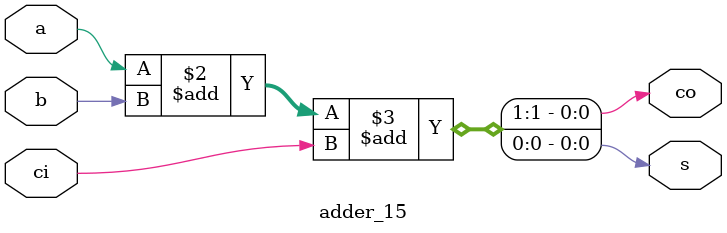
<source format=v>
module adder_15(
input wire a,
input wire b,
input wire ci,
output reg s,
output reg co
);
	always @ (*)
		{co, s} = a + b + ci;
endmodule
</source>
